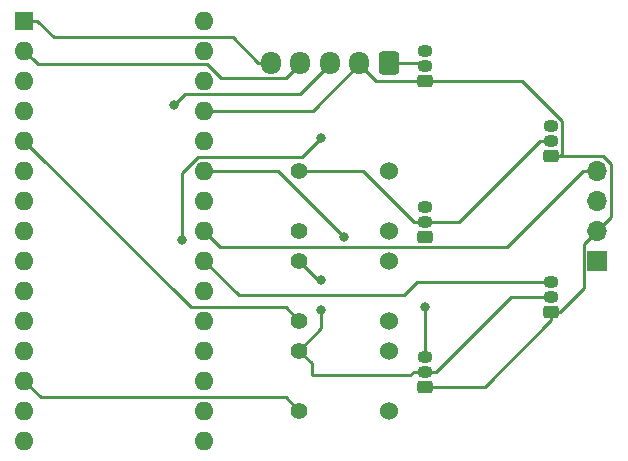
<source format=gbr>
G04 #@! TF.GenerationSoftware,KiCad,Pcbnew,(6.0.4)*
G04 #@! TF.CreationDate,2022-04-20T10:02:00+02:00*
G04 #@! TF.ProjectId,SFB,5346422e-6b69-4636-9164-5f7063625858,1*
G04 #@! TF.SameCoordinates,Original*
G04 #@! TF.FileFunction,Copper,L1,Top*
G04 #@! TF.FilePolarity,Positive*
%FSLAX46Y46*%
G04 Gerber Fmt 4.6, Leading zero omitted, Abs format (unit mm)*
G04 Created by KiCad (PCBNEW (6.0.4)) date 2022-04-20 10:02:00*
%MOMM*%
%LPD*%
G01*
G04 APERTURE LIST*
G04 Aperture macros list*
%AMRoundRect*
0 Rectangle with rounded corners*
0 $1 Rounding radius*
0 $2 $3 $4 $5 $6 $7 $8 $9 X,Y pos of 4 corners*
0 Add a 4 corners polygon primitive as box body*
4,1,4,$2,$3,$4,$5,$6,$7,$8,$9,$2,$3,0*
0 Add four circle primitives for the rounded corners*
1,1,$1+$1,$2,$3*
1,1,$1+$1,$4,$5*
1,1,$1+$1,$6,$7*
1,1,$1+$1,$8,$9*
0 Add four rect primitives between the rounded corners*
20,1,$1+$1,$2,$3,$4,$5,0*
20,1,$1+$1,$4,$5,$6,$7,0*
20,1,$1+$1,$6,$7,$8,$9,0*
20,1,$1+$1,$8,$9,$2,$3,0*%
G04 Aperture macros list end*
G04 #@! TA.AperFunction,ComponentPad*
%ADD10O,1.600000X1.600000*%
G04 #@! TD*
G04 #@! TA.AperFunction,ComponentPad*
%ADD11R,1.600000X1.600000*%
G04 #@! TD*
G04 #@! TA.AperFunction,ComponentPad*
%ADD12O,1.700000X1.700000*%
G04 #@! TD*
G04 #@! TA.AperFunction,ComponentPad*
%ADD13R,1.700000X1.700000*%
G04 #@! TD*
G04 #@! TA.AperFunction,ComponentPad*
%ADD14C,1.524000*%
G04 #@! TD*
G04 #@! TA.AperFunction,ComponentPad*
%ADD15C,1.397000*%
G04 #@! TD*
G04 #@! TA.AperFunction,ComponentPad*
%ADD16O,1.700000X1.950000*%
G04 #@! TD*
G04 #@! TA.AperFunction,ComponentPad*
%ADD17RoundRect,0.250000X0.600000X0.725000X-0.600000X0.725000X-0.600000X-0.725000X0.600000X-0.725000X0*%
G04 #@! TD*
G04 #@! TA.AperFunction,ComponentPad*
%ADD18RoundRect,0.249900X0.400100X-0.275100X0.400100X0.275100X-0.400100X0.275100X-0.400100X-0.275100X0*%
G04 #@! TD*
G04 #@! TA.AperFunction,ComponentPad*
%ADD19O,1.300000X1.050000*%
G04 #@! TD*
G04 #@! TA.AperFunction,ViaPad*
%ADD20C,0.800000*%
G04 #@! TD*
G04 #@! TA.AperFunction,Conductor*
%ADD21C,0.250000*%
G04 #@! TD*
G04 APERTURE END LIST*
D10*
X59309000Y-125984000D03*
X44069000Y-125984000D03*
X59309000Y-90424000D03*
X44069000Y-123444000D03*
X59309000Y-92964000D03*
X44069000Y-120904000D03*
X59309000Y-95504000D03*
X44069000Y-118364000D03*
X59309000Y-98044000D03*
X44069000Y-115824000D03*
X59309000Y-100584000D03*
X44069000Y-113284000D03*
X59309000Y-103124000D03*
X44069000Y-110744000D03*
X59309000Y-105664000D03*
X44069000Y-108204000D03*
X59309000Y-108204000D03*
X44069000Y-105664000D03*
X59309000Y-110744000D03*
X44069000Y-103124000D03*
X59309000Y-113284000D03*
X44069000Y-100584000D03*
X59309000Y-115824000D03*
X44069000Y-98044000D03*
X59309000Y-118364000D03*
X44069000Y-95504000D03*
X59309000Y-120904000D03*
X44069000Y-92964000D03*
X59309000Y-123444000D03*
D11*
X44069000Y-90424000D03*
D12*
X92583000Y-103124000D03*
X92583000Y-105664000D03*
X92583000Y-108204000D03*
D13*
X92583000Y-110744000D03*
D14*
X74930000Y-115824000D03*
X74930000Y-110744000D03*
D15*
X67310000Y-115824000D03*
X67310000Y-110744000D03*
D14*
X74930000Y-123444000D03*
X74930000Y-118364000D03*
D15*
X67310000Y-123444000D03*
X67310000Y-118364000D03*
D16*
X64930000Y-93980000D03*
X67430000Y-93980000D03*
X69930000Y-93980000D03*
X72430000Y-93980000D03*
D17*
X74930000Y-93980000D03*
D18*
X88646000Y-115062000D03*
D19*
X88646000Y-112522000D03*
X88646000Y-113792000D03*
D18*
X88646000Y-101854000D03*
D19*
X88646000Y-99314000D03*
X88646000Y-100584000D03*
D18*
X77978000Y-121412000D03*
D19*
X77978000Y-118872000D03*
X77978000Y-120142000D03*
D18*
X77978000Y-108712000D03*
D19*
X77978000Y-106172000D03*
X77978000Y-107442000D03*
D18*
X77978000Y-95504000D03*
D19*
X77978000Y-92964000D03*
X77978000Y-94234000D03*
D14*
X74930000Y-108204000D03*
X74930000Y-103124000D03*
D15*
X67310000Y-108204000D03*
X67310000Y-103124000D03*
D20*
X56769000Y-97536000D03*
X69215000Y-112395000D03*
X69215000Y-114935000D03*
X71120000Y-108712000D03*
X77978000Y-114681000D03*
X69215000Y-100330000D03*
X57404000Y-108966000D03*
D21*
X63830000Y-93980000D02*
X64930000Y-93980000D01*
X61688999Y-91838999D02*
X63830000Y-93980000D01*
X46533999Y-91838999D02*
X61688999Y-91838999D01*
X45119000Y-90424000D02*
X46533999Y-91838999D01*
X44069000Y-90424000D02*
X45119000Y-90424000D01*
X44868999Y-93763999D02*
X44069000Y-92964000D01*
X45194001Y-94089001D02*
X44868999Y-93763999D01*
X59559003Y-94089001D02*
X45194001Y-94089001D01*
X60750012Y-95280010D02*
X59559003Y-94089001D01*
X66254990Y-95280010D02*
X60750012Y-95280010D01*
X67430000Y-94105000D02*
X66254990Y-95280010D01*
X67430000Y-93980000D02*
X67430000Y-94105000D01*
X69930000Y-94105000D02*
X69930000Y-93980000D01*
X67405999Y-96629001D02*
X69930000Y-94105000D01*
X57675999Y-96629001D02*
X67405999Y-96629001D01*
X56769000Y-97536000D02*
X57675999Y-96629001D01*
X88646000Y-115062000D02*
X88646000Y-115812000D01*
X78728000Y-121412000D02*
X77978000Y-121412000D01*
X83046000Y-121412000D02*
X78728000Y-121412000D01*
X88646000Y-115812000D02*
X83046000Y-121412000D01*
X73829000Y-95504000D02*
X72430000Y-94105000D01*
X77978000Y-95504000D02*
X73829000Y-95504000D01*
X72430000Y-94105000D02*
X72430000Y-93980000D01*
X68491000Y-98044000D02*
X72430000Y-94105000D01*
X59309000Y-98044000D02*
X68491000Y-98044000D01*
X89396000Y-115062000D02*
X88646000Y-115062000D01*
X91407999Y-113050001D02*
X89396000Y-115062000D01*
X91407999Y-109379001D02*
X91407999Y-113050001D01*
X92583000Y-108204000D02*
X91407999Y-109379001D01*
X78728000Y-95504000D02*
X77978000Y-95504000D01*
X86163095Y-95504000D02*
X78728000Y-95504000D01*
X89621010Y-98961915D02*
X86163095Y-95504000D01*
X89621010Y-101628990D02*
X89621010Y-98961915D01*
X89396000Y-101854000D02*
X89621010Y-101628990D01*
X88646000Y-101854000D02*
X89396000Y-101854000D01*
X93432999Y-107354001D02*
X92583000Y-108204000D01*
X93758001Y-107028999D02*
X93432999Y-107354001D01*
X93758001Y-102559999D02*
X93758001Y-107028999D01*
X93052002Y-101854000D02*
X93758001Y-102559999D01*
X88646000Y-101854000D02*
X93052002Y-101854000D01*
X77724000Y-93980000D02*
X77978000Y-94234000D01*
X74930000Y-93980000D02*
X77724000Y-93980000D01*
X76752999Y-120467001D02*
X68397001Y-120467001D01*
X77078000Y-120142000D02*
X76752999Y-120467001D01*
X77978000Y-120142000D02*
X77078000Y-120142000D01*
X78878000Y-107442000D02*
X77978000Y-107442000D01*
X80888000Y-107442000D02*
X78878000Y-107442000D01*
X87746000Y-100584000D02*
X80888000Y-107442000D01*
X88646000Y-100584000D02*
X87746000Y-100584000D01*
X68397001Y-119451001D02*
X67310000Y-118364000D01*
X68397001Y-120467001D02*
X68397001Y-119451001D01*
X68297828Y-103124000D02*
X67310000Y-103124000D01*
X72760000Y-103124000D02*
X68297828Y-103124000D01*
X77078000Y-107442000D02*
X72760000Y-103124000D01*
X77978000Y-107442000D02*
X77078000Y-107442000D01*
X87746000Y-113792000D02*
X88646000Y-113792000D01*
X85228000Y-113792000D02*
X87746000Y-113792000D01*
X78878000Y-120142000D02*
X85228000Y-113792000D01*
X77978000Y-120142000D02*
X78878000Y-120142000D01*
X67310000Y-110744000D02*
X68961000Y-112395000D01*
X68961000Y-112395000D02*
X69215000Y-112395000D01*
X69215000Y-116459000D02*
X67310000Y-118364000D01*
X69215000Y-114935000D02*
X69215000Y-116459000D01*
X66184999Y-122318999D02*
X67310000Y-123444000D01*
X44069000Y-120904000D02*
X45483999Y-122318999D01*
X45483999Y-122318999D02*
X66184999Y-122318999D01*
X66184999Y-114698999D02*
X67310000Y-115824000D01*
X44069000Y-100584000D02*
X58183999Y-114698999D01*
X58183999Y-114698999D02*
X66184999Y-114698999D01*
X77853000Y-118872000D02*
X77978000Y-118872000D01*
X77978000Y-114681000D02*
X77978000Y-118872000D01*
X65532000Y-103124000D02*
X71120000Y-108712000D01*
X59309000Y-103124000D02*
X65532000Y-103124000D01*
X60667010Y-109562010D02*
X59309000Y-108204000D01*
X84942909Y-109562010D02*
X60667010Y-109562010D01*
X92583000Y-103124000D02*
X91380919Y-103124000D01*
X91380919Y-103124000D02*
X84942909Y-109562010D01*
X62230000Y-113665000D02*
X59309000Y-110744000D01*
X76200000Y-113665000D02*
X62230000Y-113665000D01*
X77343000Y-112522000D02*
X76200000Y-113665000D01*
X88646000Y-112522000D02*
X77343000Y-112522000D01*
X57404000Y-103363998D02*
X57404000Y-108966000D01*
X68815001Y-100729999D02*
X69215000Y-100330000D01*
X67546001Y-101998999D02*
X68815001Y-100729999D01*
X58768999Y-101998999D02*
X67546001Y-101998999D01*
X57404000Y-103363998D02*
X58768999Y-101998999D01*
M02*

</source>
